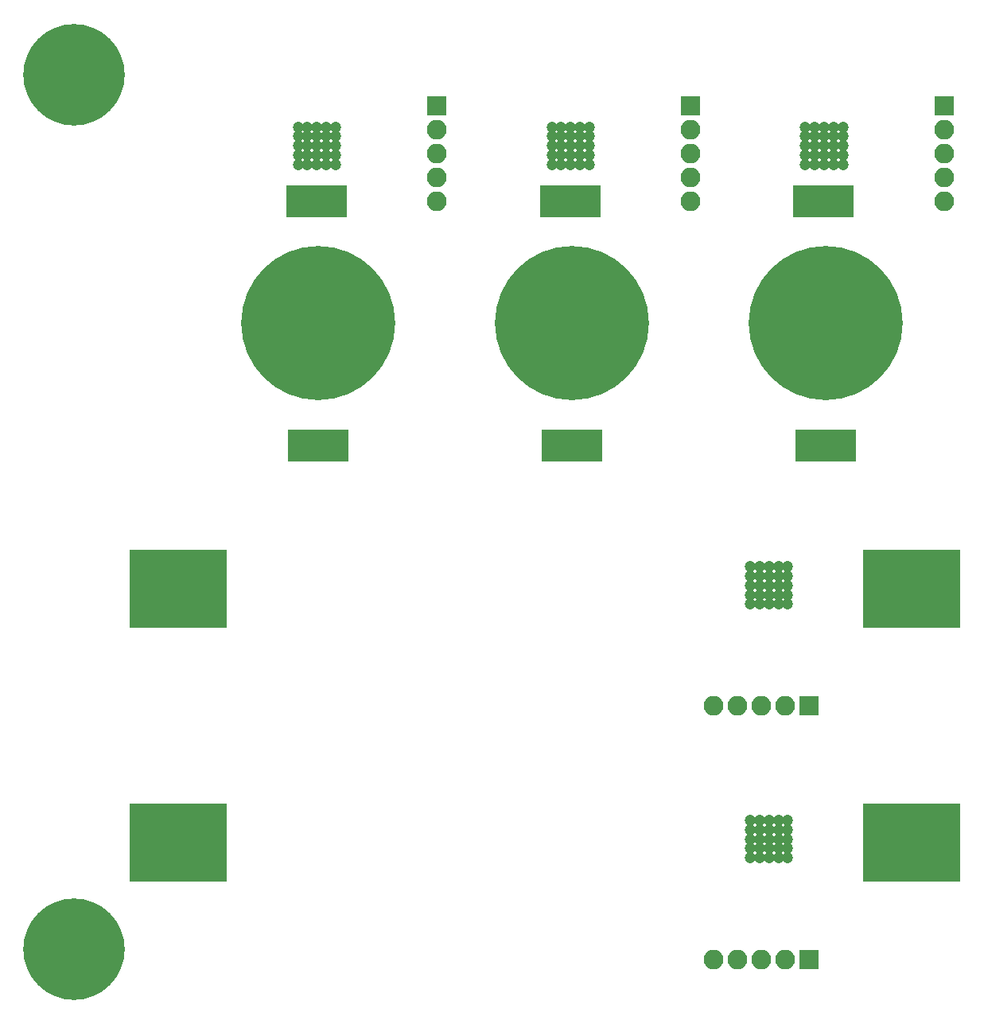
<source format=gbs>
G04 #@! TF.GenerationSoftware,KiCad,Pcbnew,no-vcs-found*
G04 #@! TF.CreationDate,2017-01-05T13:18:46+01:00*
G04 #@! TF.ProjectId,ESP32-HELP-Button-pan,45535033322D48454C502D427574746F,rev?*
G04 #@! TF.FileFunction,Soldermask,Bot*
G04 #@! TF.FilePolarity,Negative*
%FSLAX46Y46*%
G04 Gerber Fmt 4.6, Leading zero omitted, Abs format (unit mm)*
G04 Created by KiCad (PCBNEW no-vcs-found) date Thu Jan  5 13:18:46 2017*
%MOMM*%
%LPD*%
G01*
G04 APERTURE LIST*
%ADD10C,0.100000*%
%ADD11C,10.800080*%
%ADD12C,1.200000*%
%ADD13R,2.100000X2.100000*%
%ADD14O,2.100000X2.100000*%
%ADD15R,6.400000X3.400000*%
%ADD16C,16.400000*%
%ADD17R,10.400000X8.400000*%
G04 APERTURE END LIST*
D10*
D11*
X33000000Y-73000000D03*
D12*
X114822000Y-78544000D03*
X114822000Y-79544000D03*
X114822000Y-80544000D03*
X114822000Y-81544000D03*
X114822000Y-82544000D03*
X112822000Y-78544000D03*
X112822000Y-79544000D03*
X112822000Y-80544000D03*
X112822000Y-81544000D03*
X112822000Y-82544000D03*
X113822000Y-82544000D03*
X113822000Y-81544000D03*
X113822000Y-80544000D03*
X113822000Y-79544000D03*
X113822000Y-78544000D03*
X111822000Y-78544000D03*
X111822000Y-79544000D03*
X111822000Y-80544000D03*
X111822000Y-81544000D03*
X111822000Y-82544000D03*
X110822000Y-82544000D03*
X110822000Y-81544000D03*
X110822000Y-80544000D03*
X110822000Y-79544000D03*
X110822000Y-78544000D03*
D13*
X125620000Y-76263000D03*
D14*
X125620000Y-78803000D03*
X125620000Y-81343000D03*
X125620000Y-83883000D03*
X125620000Y-86423000D03*
D15*
X112773131Y-86432039D03*
X112973131Y-112432039D03*
D16*
X112973131Y-99432039D03*
D12*
X87822000Y-78544000D03*
X87822000Y-79544000D03*
X87822000Y-80544000D03*
X87822000Y-81544000D03*
X87822000Y-82544000D03*
X85822000Y-78544000D03*
X85822000Y-79544000D03*
X85822000Y-80544000D03*
X85822000Y-81544000D03*
X85822000Y-82544000D03*
X86822000Y-82544000D03*
X86822000Y-81544000D03*
X86822000Y-80544000D03*
X86822000Y-79544000D03*
X86822000Y-78544000D03*
X84822000Y-78544000D03*
X84822000Y-79544000D03*
X84822000Y-80544000D03*
X84822000Y-81544000D03*
X84822000Y-82544000D03*
X83822000Y-82544000D03*
X83822000Y-81544000D03*
X83822000Y-80544000D03*
X83822000Y-79544000D03*
X83822000Y-78544000D03*
D13*
X98620000Y-76263000D03*
D14*
X98620000Y-78803000D03*
X98620000Y-81343000D03*
X98620000Y-83883000D03*
X98620000Y-86423000D03*
D15*
X85773131Y-86432039D03*
X85973131Y-112432039D03*
D16*
X85973131Y-99432039D03*
D17*
X44075000Y-127674000D03*
X122175000Y-127674000D03*
D12*
X108956000Y-129322000D03*
X107956000Y-129322000D03*
X106956000Y-129322000D03*
X105956000Y-129322000D03*
X104956000Y-129322000D03*
X108956000Y-127322000D03*
X107956000Y-127322000D03*
X106956000Y-127322000D03*
X105956000Y-127322000D03*
X104956000Y-127322000D03*
X104956000Y-128322000D03*
X105956000Y-128322000D03*
X106956000Y-128322000D03*
X107956000Y-128322000D03*
X108956000Y-128322000D03*
X108956000Y-126322000D03*
X107956000Y-126322000D03*
X106956000Y-126322000D03*
X105956000Y-126322000D03*
X104956000Y-126322000D03*
X104956000Y-125322000D03*
X105956000Y-125322000D03*
X106956000Y-125322000D03*
X107956000Y-125322000D03*
X108956000Y-125322000D03*
D13*
X111237000Y-140120000D03*
D14*
X108697000Y-140120000D03*
X106157000Y-140120000D03*
X103617000Y-140120000D03*
X101077000Y-140120000D03*
D16*
X58973131Y-99432039D03*
D15*
X58973131Y-112432039D03*
X58773131Y-86432039D03*
D14*
X71620000Y-86423000D03*
X71620000Y-83883000D03*
X71620000Y-81343000D03*
X71620000Y-78803000D03*
D13*
X71620000Y-76263000D03*
D12*
X56822000Y-78544000D03*
X56822000Y-79544000D03*
X56822000Y-80544000D03*
X56822000Y-81544000D03*
X56822000Y-82544000D03*
X57822000Y-82544000D03*
X57822000Y-81544000D03*
X57822000Y-80544000D03*
X57822000Y-79544000D03*
X57822000Y-78544000D03*
X59822000Y-78544000D03*
X59822000Y-79544000D03*
X59822000Y-80544000D03*
X59822000Y-81544000D03*
X59822000Y-82544000D03*
X58822000Y-82544000D03*
X58822000Y-81544000D03*
X58822000Y-80544000D03*
X58822000Y-79544000D03*
X58822000Y-78544000D03*
X60822000Y-82544000D03*
X60822000Y-81544000D03*
X60822000Y-80544000D03*
X60822000Y-79544000D03*
X60822000Y-78544000D03*
D14*
X101077000Y-167120000D03*
X103617000Y-167120000D03*
X106157000Y-167120000D03*
X108697000Y-167120000D03*
D13*
X111237000Y-167120000D03*
D12*
X108956000Y-152322000D03*
X107956000Y-152322000D03*
X106956000Y-152322000D03*
X105956000Y-152322000D03*
X104956000Y-152322000D03*
X104956000Y-153322000D03*
X105956000Y-153322000D03*
X106956000Y-153322000D03*
X107956000Y-153322000D03*
X108956000Y-153322000D03*
X108956000Y-155322000D03*
X107956000Y-155322000D03*
X106956000Y-155322000D03*
X105956000Y-155322000D03*
X104956000Y-155322000D03*
X104956000Y-154322000D03*
X105956000Y-154322000D03*
X106956000Y-154322000D03*
X107956000Y-154322000D03*
X108956000Y-154322000D03*
X104956000Y-156322000D03*
X105956000Y-156322000D03*
X106956000Y-156322000D03*
X107956000Y-156322000D03*
X108956000Y-156322000D03*
D17*
X122175000Y-154674000D03*
X44075000Y-154674000D03*
D11*
X33000000Y-166000000D03*
M02*

</source>
